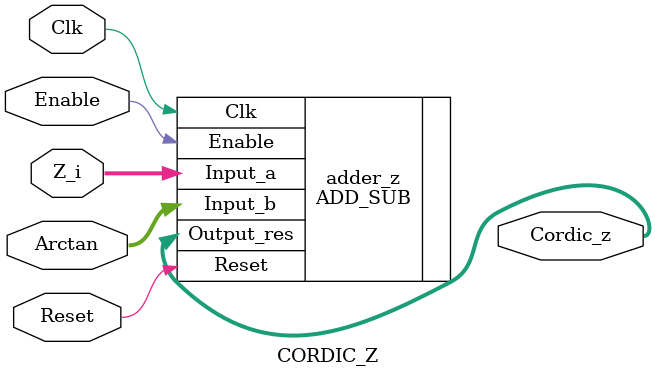
<source format=v>

module CORDIC_Z (
    input wire Clk,
    input wire Reset,
    input wire signed [15:0] Z_i,
    input wire signed [15:0] Arctan,
    input wire Enable,
    output wire signed [15:0] Cordic_z
);

    ADD_SUB adder_z (
        .Clk(Clk),
        .Reset(Reset),
        .Input_a(Z_i),
        .Input_b(Arctan),
        .Enable(Enable),
        .Output_res(Cordic_z)
    );

endmodule

</source>
